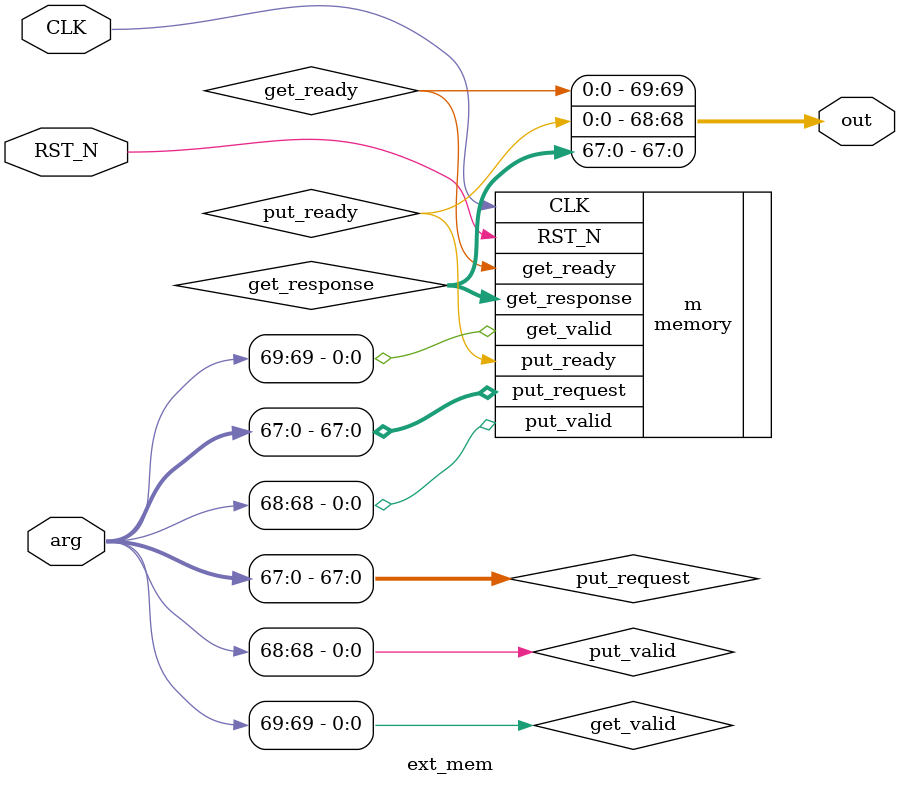
<source format=v>
/*! Wrapper used to connect the BRAM model with Kôika !*/
module ext_mem(input CLK, input RST_N, input[69:0] arg, output[69:0] out);
   wire get_valid;
   wire put_valid;
   wire[67:0] put_request;
   assign {get_valid, put_valid, put_request} = arg;

   wire get_ready;
   wire put_ready;
   wire [67:0] get_response;
   assign out = {get_ready, put_ready, get_response};

`ifndef MEM_ADDRESS_WIDTH
 `define MEM_ADDRESS_WIDTH 16
`endif

   memory #(.ADDRESS_WIDTH(`MEM_ADDRESS_WIDTH))
   m(.CLK(CLK), .RST_N(RST_N),
     .get_valid(get_valid), .put_valid(put_valid), .put_request(put_request),
     .get_ready(get_ready), .put_ready(put_ready), .get_response(get_response));
endmodule

</source>
